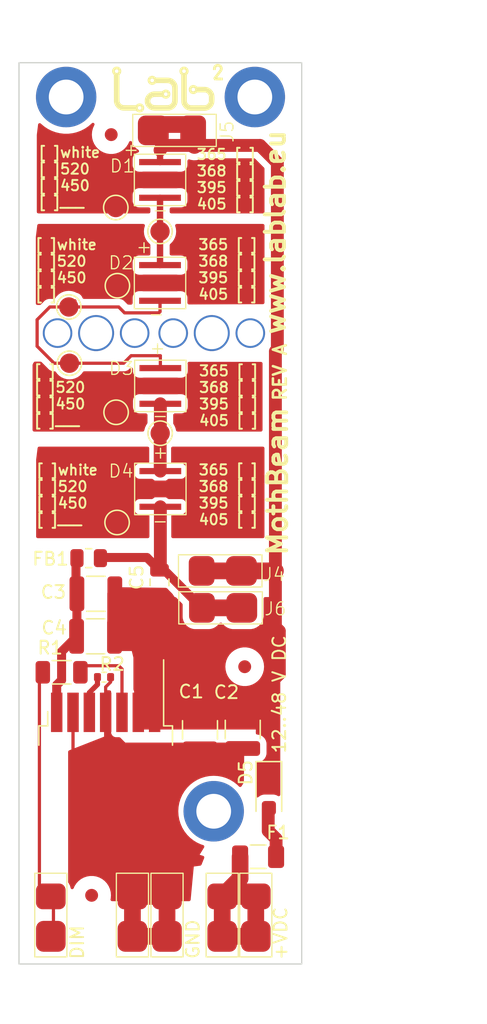
<source format=kicad_pcb>
(kicad_pcb (version 20221018) (generator pcbnew)
  (layers (0 "F.Cu" signal) (31 "B.Cu" signal) (34 "B.Paste" user) (35 "F.Paste" user) (36 "B.SilkS" user "B.Silkscreen") (37 "F.SilkS" user "F.Silkscreen") (38 "B.Mask" user) (39 "F.Mask" user) (44 "Edge.Cuts" user))
  (net 0 "")
  (net 1 "/LED-")
  (net 2 "Net-(D1-K)")
  (net 3 "Net-(D2-K)")
  (net 4 "Net-(D3-K)")
  (net 5 "Net-(U1-Led-)")
  (net 6 "Net-(J3-Pin_1)")
  (net 7 "GND")
  (net 8 "Net-(U1-ISET)")
  (net 9 "+VDC")
  (net 10 "Net-(U1-DIM)")
  (net 11 "/T1")
  (net 12 "/T2")
  (net 13 "/T3")
  (net 14 "/T4")
  (net 15 "Net-(J1-Pin_1)")
  (net 16 "Net-(D5-A)")
  (footprint "Fiducial:Fiducial_1mm_Mask3mm" (layer "F.Cu") (at 109.6518 94.6658)
    (fp_text reference "FID3" hide)
    (fp_text value "Fiducial")
    (pad "" smd circle (at 0 0) (size 1 1) (layers "F.Cu" "F.Mask") (clearance 1))
  )
  (footprint "LabLab:2834171-3" (layer "F.Cu") (at 119.6848 72.3392 180)
    (fp_text reference "J6" (at -4.2672 -0.0762 unlocked) (layer "F.SilkS") (effects (font (thickness 0.1))))
    (fp_text value "LED-")
    (pad "1" smd roundrect (at -1.65 0 180) (size 2.4 2.3) (layers "F.Cu" "F.Paste" "F.Mask") (net 1 "/LED-"))
    (pad "1" smd roundrect (at 1.45 0 180) (size 2 2.3) (layers "F.Cu" "F.Paste" "F.Mask") (net 1 "/LED-"))
  )
  (footprint "LabLab:hole2mm" (layer "F.Cu") (at 107 51)
    (fp_text reference "H6" hide)
    (fp_text value "2 mm")
    (pad "" np_thru_hole circle (at 0 0) (size 2.3 2.3) (drill 2) (layers "F&B.Cu" "*.Mask"))
  )
  (footprint "TestPoint:TestPoint_Pad_D1.5mm" (layer "F.Cu") (at 114.9858 58.7756)
    (fp_text reference "TP7" hide)
    (fp_text value "LED4+" hide)
    (pad "1" smd circle (at 0 0) (size 1.5 1.5) (layers "F.Cu" "F.Mask") (net 4 "Net-(D3-K)"))
  )
  (footprint "Resistor_SMD:R_1206_3216Metric" (layer "F.Cu") (at 107.315 77.343)
    (fp_text reference "R1" (at -0.889 -1.905) (layer "F.SilkS"))
    (fp_text value "0")
    (pad "1" smd roundrect (at -1.4625 0) (size 1.125 1.75) (layers "F.Cu" "F.Paste" "F.Mask") (roundrect_rratio 0.2222222222) (net 6 "Net-(J3-Pin_1)"))
    (pad "2" smd roundrect (at 1.4625 0) (size 1.125 1.75) (layers "F.Cu" "F.Paste" "F.Mask") (roundrect_rratio 0.2222222222) (net 10 "Net-(U1-DIM)"))
  )
  (footprint "Diode_SMD:D_SOD-123F" (layer "F.Cu") (at 123.444 86.49 -90)
    (fp_text reference "D5" (at -1.3492 1.8034 90) (layer "F.SilkS"))
    (fp_text value "PMEG6010CEH.115")
    (pad "1" smd roundrect (at -1.4 0 270) (size 1.1 1.1) (layers "F.Cu" "F.Paste" "F.Mask") (roundrect_rratio 0.2272727273) (net 9 "+VDC"))
    (pad "2" smd roundrect (at 1.4 0 270) (size 1.1 1.1) (layers "F.Cu" "F.Paste" "F.Mask") (roundrect_rratio 0.2272727273) (net 16 "Net-(D5-A)"))
  )
  (footprint "TestPoint:TestPoint_Pad_D1.5mm" (layer "F.Cu") (at 107.9246 53.34)
    (fp_text reference "TP5" hide)
    (fp_text value "LED2+")
    (pad "1" smd circle (at 0 0) (size 1.5 1.5) (layers "F.Cu" "F.Mask") (net 3 "Net-(D2-K)"))
  )
  (footprint "Capacitor_SMD:C_1210_3225Metric" (layer "F.Cu") (at 109.9566 74.549 180)
    (fp_text reference "C4" (at 3.2258 0.6604) (layer "F.SilkS"))
    (fp_text value "4.7uF, 50 V")
    (pad "1" smd roundrect (at -1.475 0 180) (size 1.15 2.7) (layers "F.Cu" "F.Paste" "F.Mask") (roundrect_rratio 0.2173913043) (net 9 "+VDC"))
    (pad "2" smd roundrect (at 1.475 0 180) (size 1.15 2.7) (layers "F.Cu" "F.Paste" "F.Mask") (roundrect_rratio 0.2173913043) (net 5 "Net-(U1-Led-)"))
  )
  (footprint "LabLab:2834171-3" (layer "F.Cu") (at 115.5192 96.2 90)
    (fp_text reference "J2" hide)
    (fp_text value "GND")
    (pad "1" smd roundrect (at -1.65 0 90) (size 2.4 2.3) (layers "F.Cu" "F.Paste" "F.Mask") (net 7 "GND"))
    (pad "1" smd roundrect (at 1.45 0 90) (size 2 2.3) (layers "F.Cu" "F.Paste" "F.Mask") (net 7 "GND"))
  )
  (footprint "LabLab:hole2mm" (layer "F.Cu") (at 116 51)
    (fp_text reference "H7" hide)
    (fp_text value "2 mm")
    (pad "" np_thru_hole circle (at 0 0) (size 2.3 2.3) (drill 2) (layers "F&B.Cu" "*.Mask"))
  )
  (footprint "Resistor_SMD:R_0402_1005Metric" (layer "F.Cu") (at 110.617 77.724)
    (fp_text reference "R2" (at 0.635 -1.016) (layer "F.SilkS"))
    (fp_text value "2k4")
    (pad "1" smd roundrect (at -0.51 0) (size 0.54 0.64) (layers "F.Cu" "F.Paste" "F.Mask") (net 8 "Net-(U1-ISET)"))
    (pad "2" smd roundrect (at 0.51 0) (size 0.54 0.64) (layers "F.Cu" "F.Paste" "F.Mask") (net 7 "GND"))
  )
  (footprint "LabLab:hole2_5mm" (layer "F.Cu") (at 119 51)
    (fp_text reference "H8" hide)
    (fp_text value "2.5 mm")
    (pad "" np_thru_hole circle (at 0 0) (size 2.8 2.8) (drill 2.5) (layers "F&B.Cu" "*.Mask"))
  )
  (footprint "LabLab:hole2_5mm" (layer "F.Cu") (at 110 51)
    (fp_text reference "H9" hide)
    (fp_text value "2.5 mm")
    (pad "" np_thru_hole circle (at 0 0) (size 2.8 2.8) (drill 2.5) (layers "F&B.Cu" "*.Mask"))
  )
  (footprint "TestPoint:TestPoint_Pad_D1.5mm" (layer "F.Cu") (at 107.8738 48.9712)
    (fp_text reference "TP1" hide)
    (fp_text value "LED2+")
    (pad "1" smd circle (at 0 0) (size 1.5 1.5) (layers "F.Cu" "F.Mask") (net 3 "Net-(D2-K)"))
  )
  (footprint "Fiducial:Fiducial_1mm_Mask3mm" (layer "F.Cu") (at 111.1758 35.5854)
    (fp_text reference "FID2" hide)
    (fp_text value "Fiducial")
    (pad "" smd circle (at 0 0) (size 1 1) (layers "F.Cu" "F.Mask") (clearance 1))
  )
  (footprint "Fiducial:Fiducial_1mm_Mask3mm" (layer "F.Cu") (at 121.5644 76.9112)
    (fp_text reference "FID1" hide)
    (fp_text value "Fiducial")
    (pad "" smd circle (at 0 0) (size 1 1) (layers "F.Cu" "F.Mask") (clearance 1))
  )
  (footprint "MountingHole:MountingHole_2.7mm_M2.5_DIN965_Pad" (layer "F.Cu") (at 107.6706 32.6644)
    (fp_text reference "H2" hide)
    (fp_text value "MountingHole")
    (pad "1" thru_hole circle locked (at 0 0) (size 4.7 4.7) (drill 2.7) (layers "*.Cu" "*.Mask"))
  )
  (footprint "LabLab:2834171-3" (layer "F.Cu") (at 119.8118 96.2 90)
    (fp_text reference "J7" hide)
    (fp_text value "+VDC")
    (pad "1" smd roundrect (at -1.65 0 90) (size 2.4 2.3) (layers "F.Cu" "F.Paste" "F.Mask") (net 15 "Net-(J1-Pin_1)"))
    (pad "1" smd roundrect (at 1.45 0 90) (size 2 2.3) (layers "F.Cu" "F.Paste" "F.Mask") (net 15 "Net-(J1-Pin_1)"))
  )
  (footprint "TestPoint:TestPoint_Pad_D1.5mm" (layer "F.Cu") (at 114.9746 43.1044)
    (fp_text reference "TP3" hide)
    (fp_text value "LED2+" hide)
    (pad "1" smd circle (at 0 0) (size 1.5 1.5) (layers "F.Cu" "F.Mask") (net 2 "Net-(D1-K)"))
  )
  (footprint "LabLab:hole2mm" (layer "F.Cu") (at 122 51)
    (fp_text reference "H4" hide)
    (fp_text value "2 mm")
    (pad "" np_thru_hole circle (at 0 0) (size 2.3 2.3) (drill 2) (layers "F&B.Cu" "*.Mask"))
  )
  (footprint "LabLab:hole2mm" (layer "F.Cu") (at 113 51)
    (fp_text reference "H5" hide)
    (fp_text value "2 mm")
    (pad "" np_thru_hole circle (at 0 0) (size 2.3 2.3) (drill 2) (layers "F&B.Cu" "*.Mask"))
  )
  (footprint "MountingHole:MountingHole_2.7mm_M2.5_DIN965_Pad" (layer "F.Cu") (at 122.3518 32.6644)
    (fp_text reference "H1" hide)
    (fp_text value "MountingHole")
    (pad "1" thru_hole circle (at 0 0) (size 4.7 4.7) (drill 2.7) (layers "*.Cu" "*.Mask"))
  )
  (footprint "MountingHole:MountingHole_2.7mm_M2.5_DIN965_Pad" (layer "F.Cu") (at 119.1514 88.138)
    (fp_text reference "H3" hide)
    (fp_text value "MountingHole")
    (pad "1" thru_hole circle (at 0 0) (size 4.7 4.7) (drill 2.7) (layers "*.Cu" "*.Mask"))
  )
  (footprint "TestPoint:TestPoint_Pad_D1.5mm" (layer "F.Cu") (at 111.5568 57.15)
    (fp_text reference "TP6" hide)
    (fp_text value "T3" hide)
    (pad "1" smd circle (at 0 0) (size 1.5 1.5) (layers "F.Cu" "F.Mask") (net 13 "/T3"))
  )
  (footprint "TestPoint:TestPoint_Pad_D1.5mm" (layer "F.Cu") (at 111.5314 41.2496)
    (fp_text reference "TP2" hide)
    (fp_text value "T1" hide)
    (pad "1" smd circle (at 0 0) (size 1.5 1.5) (layers "F.Cu" "F.Mask") (net 11 "/T1"))
  )
  (footprint "LabLab:Wuerth_HP_Ceramic" (layer "F.Cu") (at 114.9746 39.1044 90)
    (fp_text reference "D1" (at 1.0806 -2.9352 unlocked) (layer "F.SilkS") (effects (font (thickness 0.1))))
    (fp_text value "LED1")
    (fp_text user "-" (at -1.8912 0.697 180 unlocked) (layer "F.SilkS") (effects (font (thickness 0.1)) (justify left bottom)))
    (fp_text user "+" (at 1.614 -1.7414 90 unlocked) (layer "F.SilkS") (effects (font (thickness 0.1)) (justify left bottom)))
    (pad "1" smd custom (at -1.385 0 90) (size 0.48 3.25) (layers "F.Cu" "F.Paste" "F.Mask") (net 2 "Net-(D1-K)") (options (clearance outline) (anchor rect)) (primitives (gr_bbox (start -0.75 -0.25) (end 0 0.25) (width 0.01) (fill yes))))
    (pad "2" smd custom (at 1.385 0 90) (size 0.48 3.25) (layers "F.Cu" "F.Paste" "F.Mask") (net 9 "+VDC") (options (clearance outline) (anchor rect)) (primitives (gr_bbox (start 0 -0.25) (end 0.75 0.25) (width 0.01) (fill yes))))
    (pad "3" smd roundrect (at 0 0 90) (size 1.3 3.25) (layers "F.Cu" "F.Paste" "F.Mask") (net 11 "/T1"))
  )
  (footprint "LabLab:Wuerth_HP_Ceramic" (layer "F.Cu") (at 115 63.1044 90)
    (fp_text reference "D4" (at 1.3824 -3.0622 unlocked) (layer "F.SilkS") (effects (font (thickness 0.1))))
    (fp_text value "LED4")
    (fp_text user "-" (at -2.0466 0.6716 180 unlocked) (layer "F.SilkS") (effects (font (thickness 0.1)) (justify left bottom)))
    (fp_text user "+" (at 2.0936 0.5192 90 unlocked) (layer "F.SilkS") (effects (font (thickness 0.1)) (justify left bottom)))
    (pad "1" smd custom (at -1.385 0 90) (size 0.48 3.25) (layers "F.Cu" "F.Paste" "F.Mask") (net 1 "/LED-") (options (clearance outline) (anchor rect)) (primitives (gr_bbox (start -0.75 -0.25) (end 0 0.25) (width 0.01) (fill yes))))
    (pad "2" smd custom (at 1.385 0 90) (size 0.48 3.25) (layers "F.Cu" "F.Paste" "F.Mask") (net 4 "Net-(D3-K)") (options (clearance outline) (anchor rect)) (primitives (gr_bbox (start 0 -0.25) (end 0.75 0.25) (width 0.01) (fill yes))))
    (pad "3" smd roundrect (at 0 0 90) (size 1.3 3.25) (layers "F.Cu" "F.Paste" "F.Mask") (net 14 "/T4"))
  )
  (footprint "TestPoint:TestPoint_Pad_D1.5mm" (layer "F.Cu") (at 111.6584 47.3202)
    (fp_text reference "TP4" hide)
    (fp_text value "T2" hide)
    (pad "1" smd circle (at 0 0) (size 1.5 1.5) (layers "F.Cu" "F.Mask") (net 12 "/T2"))
  )
  (footprint "LabLab:2834171-3" (layer "F.Cu") (at 116.1012 35.2552)
    (fp_text reference "J5" (at 4.0916 0.1016 90 unlocked) (layer "F.SilkS") (effects (font (thickness 0.1))))
    (fp_text value "LED+")
    (pad "1" smd roundrect (at -1.65 0) (size 2.4 2.3) (layers "F.Cu" "F.Paste" "F.Mask") (net 9 "+VDC"))
    (pad "1" smd roundrect (at 1.45 0) (size 2 2.3) (layers "F.Cu" "F.Paste" "F.Mask") (net 9 "+VDC"))
  )
  (footprint "LabLab:2834171-3" (layer "F.Cu") (at 106.4768 96.2 90)
    (fp_text reference "J3" hide)
    (fp_text value "DIM")
    (pad "1" smd roundrect (at -1.65 0 90) (size 2.4 2.3) (layers "F.Cu" "F.Paste" "F.Mask") (net 6 "Net-(J3-Pin_1)"))
    (pad "1" smd roundrect (at 1.45 0 90) (size 2 2.3) (layers "F.Cu" "F.Paste" "F.Mask") (net 6 "Net-(J3-Pin_1)"))
  )
  (footprint "LabLab:logo_10mm_5mm" (layer "F.Cu") (at 115.4176 31.9532)
    (fp_text reference "H1" hide)
    (fp_text value "LabLab Logo" hide)
  )
  (footprint "LabLab:2834171-3" (layer "F.Cu") (at 112.8268 96.2 90)
    (fp_text reference "J8" hide)
    (fp_text value "GND")
    (pad "1" smd roundrect (at -1.65 0 90) (size 2.4 2.3) (layers "F.Cu" "F.Paste" "F.Mask") (net 7 "GND"))
    (pad "1" smd roundrect (at 1.45 0 90) (size 2 2.3) (layers "F.Cu" "F.Paste" "F.Mask") (net 7 "GND"))
  )
  (footprint "Capacitor_SMD:C_1210_3225Metric" (layer "F.Cu") (at 118.0846 81.8152 -90)
    (fp_text reference "C1" (at -2.9736 0.6858 180) (layer "F.SilkS"))
    (fp_text value "4.7uF, 50 V")
    (pad "1" smd roundrect (at -1.475 0 270) (size 1.15 2.7) (layers "F.Cu" "F.Paste" "F.Mask") (roundrect_rratio 0.2173913043) (net 9 "+VDC"))
    (pad "2" smd roundrect (at 1.475 0 270) (size 1.15 2.7) (layers "F.Cu" "F.Paste" "F.Mask") (roundrect_rratio 0.2173913043) (net 7 "GND"))
  )
  (footprint "LabLab:2834171-3" (layer "F.Cu") (at 119.6594 69.469 180)
    (fp_text reference "J4" (at -4.191 -0.2794 unlocked) (layer "F.SilkS") (effects (font (thickness 0.1))))
    (fp_text value "LED+")
    (pad "1" smd roundrect (at -1.65 0 180) (size 2.4 2.3) (layers "F.Cu" "F.Paste" "F.Mask") (net 9 "+VDC"))
    (pad "1" smd roundrect (at 1.45 0 180) (size 2 2.3) (layers "F.Cu" "F.Paste" "F.Mask") (net 9 "+VDC"))
  )
  (footprint "Fuse:Fuse_1206_3216Metric" (layer "F.Cu") (at 122.6058 91.6686)
    (fp_text reference "F1" (at 1.5524 -1.8796) (layer "F.SilkS"))
    (fp_text value "Fuse")
    (pad "1" smd roundrect (at -1.4 0) (size 1.25 1.75) (layers "F.Cu" "F.Paste" "F.Mask") (roundrect_rratio 0.2) (net 15 "Net-(J1-Pin_1)"))
    (pad "2" smd roundrect (at 1.4 0) (size 1.25 1.75) (layers "F.Cu" "F.Paste" "F.Mask") (roundrect_rratio 0.2) (net 16 "Net-(D5-A)"))
  )
  (footprint "Capacitor_SMD:C_1210_3225Metric" (layer "F.Cu") (at 121.412 81.788 -90)
    (fp_text reference "C2" (at -2.8956 1.27) (layer "F.SilkS"))
    (fp_text value "4.7uF, 50 V")
    (pad "1" smd roundrect (at -1.475 0 270) (size 1.15 2.7) (layers "F.Cu" "F.Paste" "F.Mask") (roundrect_rratio 0.2173913043) (net 9 "+VDC"))
    (pad "2" smd roundrect (at 1.475 0 270) (size 1.15 2.7) (layers "F.Cu" "F.Paste" "F.Mask") (roundrect_rratio 0.2173913043) (net 7 "GND"))
  )
  (footprint "LabLab:Wuerth_HP_Ceramic" (layer "F.Cu") (at 114.9746 47.1044 90)
    (fp_text reference "D2" (at 1.5622 -3.0368 unlocked) (layer "F.SilkS") (effects (font (thickness 0.1))))
    (fp_text value "LED2")
    (fp_text user "+" (at 2.0574 -0.7366 90 unlocked) (layer "F.SilkS") (effects (font (thickness 0.1)) (justify left bottom)))
    (fp_text user "-" (at -1.9684 0.3922 180 unlocked) (layer "F.SilkS") (effects (font (thickness 0.1)) (justify left bottom)))
    (pad "1" smd custom (at -1.385 0 90) (size 0.48 3.25) (layers "F.Cu" "F.Paste" "F.Mask") (net 3 "Net-(D2-K)") (options (clearance outline) (anchor rect)) (primitives (gr_bbox (start -0.75 -0.25) (end 0 0.25) (width 0.01) (fill yes))))
    (pad "2" smd custom (at 1.385 0 90) (size 0.48 3.25) (layers "F.Cu" "F.Paste" "F.Mask") (net 2 "Net-(D1-K)") (options (clearance outline) (anchor rect)) (primitives (gr_bbox (start 0 -0.25) (end 0.75 0.25) (width 0.01) (fill yes))))
    (pad "3" smd roundrect (at 0 0 90) (size 1.3 3.25) (layers "F.Cu" "F.Paste" "F.Mask") (net 12 "/T2"))
  )
  (footprint "LabLab:Wuerth_HP_Ceramic" (layer "F.Cu") (at 115 55.1044 90)
    (fp_text reference "D3" (at 1.358 -3.0368 unlocked) (layer "F.SilkS") (effects (font (thickness 0.1))))
    (fp_text value "LED3")
    (fp_text user "+" (at 2.1962 0.2906 90 unlocked) (layer "F.SilkS") (effects (font (thickness 0.1)) (justify left bottom)))
    (fp_text user "-" (at -1.8678 0.6716 180 unlocked) (layer "F.SilkS") (effects (font (thickness 0.1)) (justify left bottom)))
    (pad "1" smd custom (at -1.385 0 90) (size 0.48 3.25) (layers "F.Cu" "F.Paste" "F.Mask") (net 4 "Net-(D3-K)") (options (clearance outline) (anchor rect)) (primitives (gr_bbox (start -0.75 -0.25) (end 0 0.25) (width 0.01) (fill yes))))
    (pad "2" smd custom (at 1.385 0 90) (size 0.48 3.25) (layers "F.Cu" "F.Paste" "F.Mask") (net 3 "Net-(D2-K)") (options (clearance outline) (anchor rect)) (primitives (gr_bbox (start 0 -0.25) (end 0.75 0.25) (width 0.01) (fill yes))))
    (pad "3" smd roundrect (at 0 0 90) (size 1.3 3.25) (layers "F.Cu" "F.Paste" "F.Mask") (net 13 "/T3"))
  )
  (footprint "TestPoint:TestPoint_Pad_D1.5mm" (layer "F.Cu") (at 111.633 65.7098)
    (fp_text reference "TP8" hide)
    (fp_text value "T4" hide)
    (pad "1" smd circle (at 0 0) (size 1.5 1.5) (layers "F.Cu" "F.Mask") (net 14 "/T4"))
  )
  (footprint "LabLab:2834171-3" (layer "F.Cu") (at 122.428 96.2 90)
    (fp_text reference "J1" hide)
    (fp_text value "+VDC")
    (pad "1" smd roundrect (at -1.65 0 90) (size 2.4 2.3) (layers "F.Cu" "F.Paste" "F.Mask") (net 15 "Net-(J1-Pin_1)"))
    (pad "1" smd roundrect (at 1.45 0 90) (size 2 2.3) (layers "F.Cu" "F.Paste" "F.Mask") (net 15 "Net-(J1-Pin_1)"))
  )
  (footprint "Resistor_SMD:R_0805_2012Metric" (layer "F.Cu") (at 109.4232 68.4784 180)
    (fp_text reference "FB1" (at 2.9718 -0.0508) (layer "F.SilkS"))
    (fp_text value "742792097")
    (pad "1" smd roundrect (at -0.9125 0 180) (size 1.025 1.4) (layers "F.Cu" "F.Paste" "F.Mask") (roundrect_rratio 0.243902439) (net 1 "/LED-"))
    (pad "2" smd roundrect (at 0.9125 0 180) (size 1.025 1.4) (layers "F.Cu" "F.Paste" "F.Mask") (roundrect_rratio 0.243902439) (net 5 "Net-(U1-Led-)"))
  )
  (footprint "LabLab:TO-263-7_wuerth" (layer "F.Cu") (at 110.744 87.503 -90)
    (fp_text reference "U1" hide)
    (fp_text value "WUERTH_CC_172946001")
    (pad "1" smd rect (at -7.048 -3.81 270) (size 3.06 0.89) (layers "F.Cu" "F.Paste" "F.Mask") (net 9 "+VDC"))
    (pad "2" smd rect (at -7.048 -2.54 270) (size 3.06 0.89) (layers "F.Cu" "F.Paste" "F.Mask") (net 9 "+VDC"))
    (pad "3" smd rect (at -7.048 -1.27 270) (size 3.06 0.89) (layers "F.Cu" "F.Paste" "F.Mask") (net 10 "Net-(U1-DIM)"))
    (pad "4" smd rect (at -7.048 0 270) (size 3.06 0.89) (layers "F.Cu" "F.Paste" "F.Mask") (net 7 "GND"))
    (pad "5" smd rect (at -7.048 1.27 270) (size 3.06 0.89) (layers "F.Cu" "F.Paste" "F.Mask") (net 8 "Net-(U1-ISET)"))
    (pad "6" smd rect (at -7.048 2.54 270) (size 3.06 0.89) (layers "F.Cu" "F.Paste" "F.Mask") (net 7 "GND"))
    (pad "7" smd rect (at -7.048 3.81 270) (size 3.06 0.89) (layers "F.Cu" "F.Paste" "F.Mask") (net 5 "Net-(U1-Led-)"))
    (pad "8" smd rect (at 0.257 0 270) (size 8.54 5.35) (layers "F.Cu" "F.Mask") (net 7 "GND"))
  )
  (footprint "Capacitor_SMD:C_0805_2012Metric" (layer "F.Cu") (at 114.935 70.358 90)
    (fp_text reference "C5" (at 0.381 -1.778 90) (layer "F.SilkS"))
    (fp_text value "0.1uF,  100V")
    (pad "1" smd roundrect (at -0.95 0 90) (size 1 1.45) (layers "F.Cu" "F.Paste" "F.Mask") (net 9 "+VDC"))
    (pad "2" smd roundrect (at 0.95 0 90) (size 1 1.45) (layers "F.Cu" "F.Paste" "F.Mask") (net 1 "/LED-"))
  )
  (footprint "Capacitor_SMD:C_1210_3225Metric" (layer "F.Cu") (at 109.982 71.247 180)
    (fp_text reference "C3" (at 3.302 0.127 180) (layer "F.SilkS"))
    (fp_text value "4.7uF, 50 V")
    (pad "1" smd roundrect (at -1.475 0 180) (size 1.15 2.7) (layers "F.Cu" "F.Paste" "F.Mask") (roundrect_rratio 0.2173913043) (net 9 "+VDC"))
    (pad "2" smd roundrect (at 1.475 0 180) (size 1.15 2.7) (layers "F.Cu" "F.Paste" "F.Mask") (roundrect_rratio 0.2173913043) (net 5 "Net-(U1-Led-)"))
  )
  (gr_rect (start 104 30) (end 126 100) (stroke (width 0.1)) (fill none) (layer "Edge.Cuts"))
  (gr_text "+VDC" (at 124.9426 99.7712 90) (layer "F.SilkS") (effects (font (size 1 1)) (justify left bottom)))
  (gr_text "[ ]white\n[ ]520\n[ ]450\n[ ]___" (at 105.4354 41.3004) (layer "F.SilkS") (effects (font (size 0.8 0.8)) (justify left bottom)))
  (gr_text "DIM" (at 109.1184 99.7204 90) (layer "F.SilkS") (effects (font (size 1 1)) (justify left bottom)))
  (gr_text "[ ]white\n[ ]520\n[ ]450\n[ ]" (at 105.1814 48.4632) (layer "F.SilkS") (effects (font (size 0.8 0.8)) (justify left bottom)))
  (gr_text "12..48 V DC" (at 124.841 83.7184 90) (layer "F.SilkS") (effects (font (size 1 1)) (justify left bottom)))
  (gr_text "365 [ ]\n368 [ ]\n395 [ ]\n405 [ ]\n" (at 117.7544 41.4528) (layer "F.SilkS") (effects (font (size 0.8 0.8)) (justify left bottom)))
  (gr_text "[ ]   \n[ ]520\n[ ]450\n[ ]___" (at 105.0798 58.26) (layer "F.SilkS") (effects (font (size 0.8 0.8)) (justify left bottom)))
  (gr_text "365 [ ]\n368 [ ]\n395 [ ]\n405 [ ]\n" (at 117.9068 65.96) (layer "F.SilkS") (effects (font (size 0.8 0.8)) (justify left bottom)))
  (gr_text "365 [ ]\n368 [ ]\n395 [ ]\n405 [ ]\n" (at 117.8814 48.46) (layer "F.SilkS") (effects (font (size 0.8 0.8)) (justify left bottom)))
  (gr_text "[ ]white\n[ ]520\n[ ]450\n[ ]___" (at 105.2576 65.9638) (layer "F.SilkS") (effects (font (size 0.8 0.8)) (justify left bottom)))
  (gr_text "GND" (at 118.11 99.695 90) (layer "F.SilkS") (effects (font (size 1 1)) (justify left bottom)))
  (gr_text "www.lablab.eu" (at 124.8156 51.2572 90) (layer "F.SilkS") (effects (font (size 1.5 1.5) (thickness 0.3) bold) (justify left bottom)))
  (gr_text "MothBeam" (at 124.9934 68.4276 90) (layer "F.SilkS") (effects (font (size 1.5 1.5) (thickness 0.3) bold) (justify left bottom)))
  (gr_text "REV A" (at 124.8918 56.3626 90) (layer "F.SilkS") (effects (font (size 1 1) (thickness 0.2) bold) (justify left bottom)))
  (gr_text "365 [ ]\n368 [ ]\n395 [ ]\n405 [ ]\n" (at 117.9322 58.2676) (layer "F.SilkS") (effects (font (size 0.8 0.8)) (justify left bottom)))
  (segment (start 114.935 69.408) (end 115.3036 69.408) (width 0.7) (layer "F.Cu") (net 1))
  (segment (start 115 69.343) (end 114.935 69.408) (width 1) (layer "F.Cu") (net 1))
  (segment (start 115.3036 69.408) (end 118.2348 72.3392) (width 0.7) (layer "F.Cu") (net 1))
  (segment (start 115 64.4894) (end 115 69.343) (width 1) (layer "F.Cu") (net 1))
  (segment (start 121.3348 72.3392) (end 118.2348 72.3392) (width 1.3) (layer "F.Cu") (net 1))
  (segment (start 114.935 69.408) (end 113.9546 68.4276) (width 0.7) (layer "F.Cu") (net 1))
  (segment (start 113.9546 68.4276) (end 110.3611 68.4276) (width 0.7) (layer "F.Cu") (net 1))
  (segment (start 114.9746 40.4894) (end 114.9746 45.7194) (width 0.5) (layer "F.Cu") (net 2))
  (segment (start 114.8588 49.4538) (end 114.9746 49.338) (width 0.25) (layer "F.Cu") (net 3))
  (segment (start 107.9246 53.34) (end 112.141 53.34) (width 0.25) (layer "F.Cu") (net 3))
  (segment (start 112.2172 49.4284) (end 114.8334 49.4284) (width 0.25) (layer "F.Cu") (net 3))
  (segment (start 112.141 53.34) (end 112.7252 52.7558) (width 0.25) (layer "F.Cu") (net 3))
  (segment (start 105.41 49.9618) (end 106.4006 48.9712) (width 0.25) (layer "F.Cu") (net 3))
  (segment (start 114.9746 49.338) (end 114.9746 48.4894) (width 0.25) (layer "F.Cu") (net 3))
  (segment (start 112.7252 52.7558) (end 115 52.7558) (width 0.25) (layer "F.Cu") (net 3))
  (segment (start 107.8738 48.9712) (end 111.76 48.9712) (width 0.25) (layer "F.Cu") (net 3))
  (segment (start 108.3556 48.4894) (end 107.8738 48.9712) (width 0.25) (layer "F.Cu") (net 3))
  (segment (start 105.41 52.0192) (end 105.41 49.9618) (width 0.25) (layer "F.Cu") (net 3))
  (segment (start 106.7308 53.34) (end 105.41 52.0192) (width 0.25) (layer "F.Cu") (net 3))
  (segment (start 115 52.7558) (end 115 53.7194) (width 0.25) (layer "F.Cu") (net 3))
  (segment (start 114.8334 49.4284) (end 114.8588 49.4538) (width 0.25) (layer "F.Cu") (net 3))
  (segment (start 111.76 48.9712) (end 112.2172 49.4284) (width 0.25) (layer "F.Cu") (net 3))
  (segment (start 106.4006 48.9712) (end 107.8738 48.9712) (width 0.25) (layer "F.Cu") (net 3))
  (segment (start 107.9246 53.34) (end 106.7308 53.34) (width 0.25) (layer "F.Cu") (net 3))
  (segment (start 115 58.7614) (end 114.9858 58.7756) (width 1) (layer "F.Cu") (net 4))
  (segment (start 114.9858 61.7052) (end 115 61.7194) (width 1) (layer "F.Cu") (net 4))
  (segment (start 115 56.4894) (end 115 58.7614) (width 1) (layer "F.Cu") (net 4))
  (segment (start 114.9858 58.7756) (end 114.9858 61.7052) (width 1) (layer "F.Cu") (net 4))
  (segment (start 108.507 74.549) (end 108.507 71.247) (width 0.7) (layer "F.Cu") (net 5))
  (segment (start 106.934 80.455) (end 106.934 78.330372) (width 0.7) (layer "F.Cu") (net 5))
  (segment (start 108.4345 71.1745) (end 108.507 71.247) (width 0.7) (layer "F.Cu") (net 5))
  (segment (start 107.315 75.741) (end 108.507 74.549) (width 0.7) (layer "F.Cu") (net 5))
  (segment (start 106.934 78.330372) (end 107.315 77.949372) (width 0.7) (layer "F.Cu") (net 5))
  (segment (start 107.315 77.949372) (end 107.315 75.741) (width 0.7) (layer "F.Cu") (net 5))
  (segment (start 108.4345 68.58) (end 108.4345 71.1745) (width 0.7) (layer "F.Cu") (net 5))
  (segment (start 105.5878 93.9778) (end 106.68 95.07) (width 0.25) (layer "F.Cu") (net 6))
  (segment (start 105.8525 77.343) (end 105.5878 77.6077) (width 0.25) (layer "F.Cu") (net 6))
  (segment (start 106.68 95.07) (end 106.68 98.17) (width 0.25) (layer "F.Cu") (net 6))
  (segment (start 105.5878 77.6077) (end 105.5878 93.9778) (width 0.25) (layer "F.Cu") (net 6))
  (segment (start 108.204 80.455) (end 108.204 85.22) (width 0.25) (layer "F.Cu") (net 7))
  (segment (start 110.744 78.486) (end 110.744 80.455) (width 0.25) (layer "F.Cu") (net 7))
  (segment (start 111.127 78.103) (end 110.744 78.486) (width 0.25) (layer "F.Cu") (net 7))
  (segment (start 112.8522 97.8906) (end 112.8268 97.916) (width 0.25) (layer "F.Cu") (net 7))
  (segment (start 115.5192 97.8906) (end 112.8522 97.8906) (width 0.25) (layer "F.Cu") (net 7))
  (segment (start 118.11 83.644) (end 115.177 83.644) (width 0.25) (layer "F.Cu") (net 7))
  (segment (start 111.189 87.76) (end 110.744 87.76) (width 0.25) (layer "F.Cu") (net 7))
  (segment (start 111.127 77.724) (end 111.127 78.103) (width 0.25) (layer "F.Cu") (net 7))
  (segment (start 108.204 85.22) (end 110.744 87.76) (width 0.25) (layer "F.Cu") (net 7))
  (segment (start 111.061 87.76) (end 110.744 87.76) (width 0.25) (layer "F.Cu") (net 7))
  (segment (start 115.177 83.644) (end 111.061 87.76) (width 0.25) (layer "F.Cu") (net 7))
  (segment (start 110.744 80.455) (end 110.744 87.76) (width 0.25) (layer "F.Cu") (net 7))
  (segment (start 115.5192 97.8906) (end 115.5192 94.7906) (width 0.25) (layer "F.Cu") (net 7))
  (segment (start 112.8268 97.85) (end 115.5192 97.85) (width 1.3) (layer "F.Cu") (net 7))
  (segment (start 112.8268 94.75) (end 115.5192 94.75) (width 1.3) (layer "F.Cu") (net 7))
  (segment (start 111.125 77.726) (end 111.127 77.724) (width 0.25) (layer "F.Cu") (net 7))
  (segment (start 112.8268 97.916) (end 112.8268 94.816) (width 0.25) (layer "F.Cu") (net 7))
  (segment (start 118.11 83.644) (end 121.412 83.644) (width 0.25) (layer "F.Cu") (net 7))
  (segment (start 112.8268 94.75) (end 112.8268 97.85) (width 1.3) (layer "F.Cu") (net 7))
  (segment (start 115.5192 94.75) (end 115.5192 97.85) (width 1.3) (layer "F.Cu") (net 7))
  (segment (start 109.474 78.925) (end 110.107 78.292) (width 0.4) (layer "F.Cu") (net 8))
  (segment (start 109.474 80.455) (end 109.474 78.925) (width 0.4) (layer "F.Cu") (net 8))
  (segment (start 110.107 78.292) (end 110.107 77.724) (width 0.4) (layer "F.Cu") (net 8))
  (segment (start 124.2568 74.1426) (end 124.2568 77.4682) (width 1) (layer "F.Cu") (net 9))
  (segment (start 123.952 73.8378) (end 123.952 69.469) (width 1) (layer "F.Cu") (net 9))
  (segment (start 117.5534 34.798) (end 117.5534 36.3242) (width 1.3) (layer "F.Cu") (net 9))
  (segment (start 117.475 79.121) (end 120.589927 79.121) (width 0.5) (layer "F.Cu") (net 9))
  (segment (start 121.412 80.694) (end 118.11 80.694) (width 0.25) (layer "F.Cu") (net 9))
  (segment (start 117.475 80.059) (end 117.475 79.121) (width 0.25) (layer "F.Cu") (net 9))
  (segment (start 114.554 80.455) (end 114.935 80.074) (width 0.25) (layer "F.Cu") (net 9))
  (segment (start 124.1044 52.2732) (end 124.1044 37.7698) (width 1) (layer "F.Cu") (net 9))
  (segment (start 116.205 80.391) (end 117.475 79.121) (width 0.5) (layer "F.Cu") (net 9))
  (segment (start 124.2568 74.1426) (end 123.952 74.4474) (width 0.5) (layer "F.Cu") (net 9))
  (segment (start 123.952 74.4474) (end 123.952 75.758927) (width 0.5) (layer "F.Cu") (net 9))
  (segment (start 114.618 80.391) (end 116.205 80.391) (width 0.25) (layer "F.Cu") (net 9))
  (segment (start 111.457 71.247) (end 111.457 74.549) (width 0.25) (layer "F.Cu") (net 9))
  (segment (start 117.6528 36.4236) (end 115.2144 36.4236) (width 1) (layer "F.Cu") (net 9))
  (segment (start 111.457 74.549) (end 113.489 74.549) (width 0.25) (layer "F.Cu") (net 9))
  (segment (start 123.952 69.469) (end 123.952 52.4256) (width 1) (layer "F.Cu") (net 9))
  (segment (start 113.489 74.549) (end 113.665 74.725) (width 0.25) (layer "F.Cu") (net 9))
  (segment (start 113.665 80.074) (end 113.284 80.455) (width 0.25) (layer "F.Cu") (net 9))
  (segment (start 114.9746 36.7934) (end 114.9746 37.7194) (width 0.5) (layer "F.Cu") (net 9))
  (segment (start 118.2094 69.469) (end 121.3094 69.469) (width 1.3) (layer "F.Cu") (net 9))
  (segment (start 115.0366 36.7314) (end 114.9746 36.7934) (width 1) (layer "F.Cu") (net 9))
  (segment (start 118.11 80.694) (end 117.475 80.059) (width 0.25) (layer "F.Cu") (net 9))
  (segment (start 122.506 80.694) (end 121.412 80.694) (width 0.25) (layer "F.Cu") (net 9))
  (segment (start 117.5534 36.3242) (end 117.6528 36.4236) (width 1.3) (layer "F.Cu") (net 9))
  (segment (start 114.935 80.074) (end 114.935 76.073) (width 0.25) (layer "F.Cu") (net 9))
  (segment (start 114.4534 34.798) (end 117.5534 34.798) (width 1.3) (layer "F.Cu") (net 9))
  (segment (start 120.823164 78.887764) (end 122.837236 78.887764) (width 0.5) (layer "F.Cu") (net 9))
  (segment (start 114.935 76.073) (end 113.665 74.803) (width 0.25) (layer "F.Cu") (net 9))
  (segment (start 124.2568 74.1426) (end 123.952 73.8378) (width 1) (layer "F.Cu") (net 9))
  (segment (start 124.1044 37.7698) (end 122.7582 36.4236) (width 1) (layer "F.Cu") (net 9))
  (segment (start 111.518 71.308) (end 114.935 71.308) (width 0.25) (layer "F.Cu") (net 9))
  (segment (start 115.2144 36.4236) (end 115.062 36.576) (width 1) (layer "F.Cu") (net 9))
  (segment (start 120.589927 79.121) (end 120.823164 78.887764) (width 0.5) (layer "F.Cu") (net 9))
  (segment (start 113.665 74.725) (end 113.665 74.803) (width 0.25) (layer "F.Cu") (net 9))
  (segment (start 111.457 71.247) (end 111.518 71.308) (width 0.25) (layer "F.Cu") (net 9))
  (segment (start 117.6658 69.408) (end 118.1586 69.9008) (width 0.7) (layer "F.Cu") (net 9))
  (segment (start 121.3094 69.469) (end 123.952 69.469) (width 1.3) (layer "F.Cu") (net 9))
  (segment (start 122.7582 36.4236) (end 117.6528 36.4236) (width 1) (layer "F.Cu") (net 9))
  (segment (start 124.2568 77.4682) (end 121.412 80.313) (width 1) (layer "F.Cu") (net 9))
  (segment (start 114.554 80.455) (end 114.618 80.391) (width 0.25) (layer "F.Cu") (net 9))
  (segment (start 123.952 52.4256) (end 124.1044 52.2732) (width 1) (layer "F.Cu") (net 9))
  (segment (start 113.665 74.803) (end 113.665 80.074) (width 0.25) (layer "F.Cu") (net 9))
  (segment (start 112.014 77.089) (end 111.76 76.835) (width 0.25) (layer "F.Cu") (net 10))
  (segment (start 112.014 80.455) (end 112.014 77.089) (width 0.25) (layer "F.Cu") (net 10))
  (segment (start 109.2855 76.835) (end 108.7775 77.343) (width 0.25) (layer "F.Cu") (net 10))
  (segment (start 111.76 76.835) (end 109.2855 76.835) (width 0.25) (layer "F.Cu") (net 10))
  (segment (start 111.4434 55.1044) (end 111.3282 55.2196) (width 1) (layer "F.Cu") (net 13))
  (segment (start 111.5568 55.4482) (end 111.5568 57.15) (width 1) (layer "F.Cu") (net 13))
  (segment (start 115 55.1044) (end 111.4434 55.1044) (width 1) (layer "F.Cu") (net 13))
  (segment (start 111.3282 55.2196) (end 111.5568 55.4482) (width 1) (layer "F.Cu") (net 13))
  (segment (start 121.2058 91.6686) (end 121.2058 93.356) (width 1.3) (layer "F.Cu") (net 15))
  (segment (start 122.428 94.75) (end 122.428 97.85) (width 1.3) (layer "F.Cu") (net 15))
  (segment (start 119.9388 94.817) (end 122.555 94.817) (width 0.25) (layer "F.Cu") (net 15))
  (segment (start 119.8118 94.75) (end 119.8118 97.85) (width 1.3) (layer "F.Cu") (net 15))
  (segment (start 121.2058 93.356) (end 119.8118 94.75) (width 1.3) (layer "F.Cu") (net 15))
  (segment (start 122.428 94.75) (end 119.8118 94.75) (width 1.3) (layer "F.Cu") (net 15))
  (segment (start 122.428 97.85) (end 119.8118 97.85) (width 1.3) (layer "F.Cu") (net 15))
  (segment (start 119.9388 97.917) (end 119.9388 94.817) (width 0.25) (layer "F.Cu") (net 15))
  (segment (start 122.555 94.817) (end 122.555 97.917) (width 0.25) (layer "F.Cu") (net 15))
  (segment (start 122.555 97.917) (end 119.9388 97.917) (width 0.25) (layer "F.Cu") (net 15))
  (segment (start 123.3932 89.662) (end 123.3932 87.9408) (width 1) (layer "F.Cu") (net 16))
  (segment (start 123.3932 87.9408) (end 123.444 87.89) (width 1) (layer "F.Cu") (net 16))
  (segment (start 124.0058 90.2746) (end 124.0058 91.6686) (width 1) (layer "F.Cu") (net 16))
  (segment (start 123.3932 89.662) (end 124.0058 90.2746) (width 1) (layer "F.Cu") (net 16))
  (zone (net 12) (net_name "/T2") (layer "F.Cu") (priority 2) (connect_pads yes (clearance 0.5)) (min_thickness 0.25) (fill yes (thermal_gap 0.5) (thermal_bridge_width 0.5))
    (polygon (pts (xy 105.4354 42.5196) (xy 126.5174 42.5196) (xy 126.5174 47.7266) (xy 126.2634 48.7426) (xy 105.3084 48.8188) (xy 105.3084 43.5356)))
  )
  (zone (net 13) (net_name "/T3") (layer "F.Cu") (priority 2) (connect_pads yes (clearance 0.5)) (min_thickness 0.25) (fill yes (thermal_gap 0.5) (thermal_bridge_width 0.5))
    (polygon (pts (xy 105.1814 53.213) (xy 126.2634 53.2384) (xy 126.2634 57.6326) (xy 126.0094 58.6486) (xy 105.0544 58.6486) (xy 105.0544 53.4416)))
  )
  (zone (net 9) (net_name "+VDC") (layer "F.Cu") (priority 1) (connect_pads yes (clearance 0.5)) (min_thickness 0.25) (fill yes (thermal_gap 0.5) (thermal_bridge_width 0.5))
    (polygon (pts (xy 122.428 97.282) (xy 122.428 81.788) (xy 113.411 81.788) (xy 112.903 81.915) (xy 112.903 76.2) (xy 112.776 75.692) (xy 110.871 75.692) (xy 110.871 71.12) (xy 111.887 70.739) (xy 115.614745 70.783745) (xy 116.11122 71.501) (xy 119.763141 71.501) (xy 122.020198 71.474198) (xy 122.260491 71.501) (xy 123.904907 71.501) (xy 124.333 71.501) (xy 124.333 97.409) (xy 124.079 97.409) (xy 123.308179 97.379325) (xy 122.66903 97.282)))
  )
  (zone (net 11) (net_name "/T1") (layer "F.Cu") (priority 2) (connect_pads yes (clearance 0.5)) (min_thickness 0.25) (fill yes (thermal_gap 0.5) (thermal_bridge_width 0.5))
    (polygon (pts (xy 105.5116 34.5948) (xy 126.5936 34.5948) (xy 126.5936 39.8018) (xy 126.3396 41.7068) (xy 105.3846 41.7068) (xy 105.3846 35.6108)))
  )
  (zone (net 7) (net_name "GND") (layer "F.Cu") (connect_pads yes (clearance 0.4)) (min_thickness 0.25) (fill yes (thermal_gap 0.5) (thermal_bridge_width 0.5))
    (polygon (pts (xy 117.602 92.4306) (xy 117.348 95.123) (xy 107.823 95.123) (xy 107.823 83.439) (xy 110.744 82.296) (xy 110.744 78.867) (xy 110.617 78.74) (xy 111.76 78.74) (xy 111.887 78.867) (xy 111.887 82.423) (xy 112.268 82.804) (xy 121.539 82.804) (xy 121.498962 85.9028) (xy 118.057159 91.5162) (xy 118.462564 91.6432) (xy 118.176823 92.3544)))
  )
  (zone (net 14) (net_name "/T4") (layer "F.Cu") (priority 2) (connect_pads yes (clearance 0.35)) (min_thickness 0.25) (fill yes (thermal_gap 0.5) (thermal_bridge_width 0.5))
    (polygon (pts (xy 105.4608 59.817) (xy 126.5428 59.817) (xy 126.5428 65.024) (xy 126.2888 66.929) (xy 105.3338 66.929) (xy 105.3338 60.833)))
  )
)
</source>
